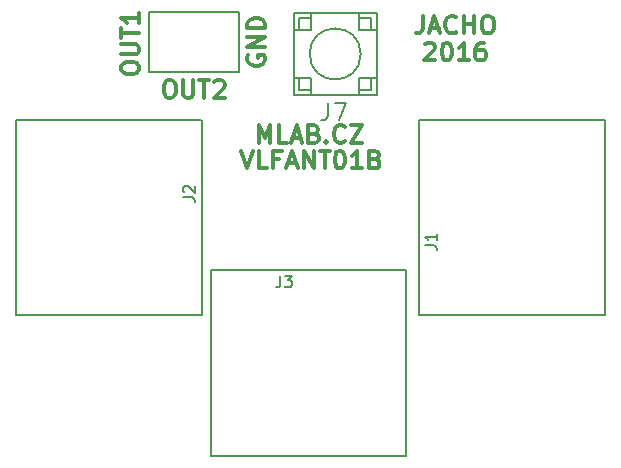
<source format=gbr>
G04 #@! TF.FileFunction,Legend,Top*
%FSLAX46Y46*%
G04 Gerber Fmt 4.6, Leading zero omitted, Abs format (unit mm)*
G04 Created by KiCad (PCBNEW no-vcs-found-undefined) date Sun Nov 13 16:32:21 2016*
%MOMM*%
%LPD*%
G01*
G04 APERTURE LIST*
%ADD10C,0.500000*%
%ADD11C,0.300000*%
%ADD12C,0.150000*%
G04 APERTURE END LIST*
D10*
D11*
X35020571Y35222571D02*
X35092000Y35294000D01*
X35234857Y35365428D01*
X35592000Y35365428D01*
X35734857Y35294000D01*
X35806285Y35222571D01*
X35877714Y35079714D01*
X35877714Y34936857D01*
X35806285Y34722571D01*
X34949142Y33865428D01*
X35877714Y33865428D01*
X36806285Y35365428D02*
X36949142Y35365428D01*
X37092000Y35294000D01*
X37163428Y35222571D01*
X37234857Y35079714D01*
X37306285Y34794000D01*
X37306285Y34436857D01*
X37234857Y34151142D01*
X37163428Y34008285D01*
X37092000Y33936857D01*
X36949142Y33865428D01*
X36806285Y33865428D01*
X36663428Y33936857D01*
X36592000Y34008285D01*
X36520571Y34151142D01*
X36449142Y34436857D01*
X36449142Y34794000D01*
X36520571Y35079714D01*
X36592000Y35222571D01*
X36663428Y35294000D01*
X36806285Y35365428D01*
X38734857Y33865428D02*
X37877714Y33865428D01*
X38306285Y33865428D02*
X38306285Y35365428D01*
X38163428Y35151142D01*
X38020571Y35008285D01*
X37877714Y34936857D01*
X40020571Y35365428D02*
X39734857Y35365428D01*
X39592000Y35294000D01*
X39520571Y35222571D01*
X39377714Y35008285D01*
X39306285Y34722571D01*
X39306285Y34151142D01*
X39377714Y34008285D01*
X39449142Y33936857D01*
X39592000Y33865428D01*
X39877714Y33865428D01*
X40020571Y33936857D01*
X40092000Y34008285D01*
X40163428Y34151142D01*
X40163428Y34508285D01*
X40092000Y34651142D01*
X40020571Y34722571D01*
X39877714Y34794000D01*
X39592000Y34794000D01*
X39449142Y34722571D01*
X39377714Y34651142D01*
X39306285Y34508285D01*
X34842000Y37651428D02*
X34842000Y36580000D01*
X34770571Y36365714D01*
X34627714Y36222857D01*
X34413428Y36151428D01*
X34270571Y36151428D01*
X35484857Y36580000D02*
X36199142Y36580000D01*
X35342000Y36151428D02*
X35842000Y37651428D01*
X36342000Y36151428D01*
X37699142Y36294285D02*
X37627714Y36222857D01*
X37413428Y36151428D01*
X37270571Y36151428D01*
X37056285Y36222857D01*
X36913428Y36365714D01*
X36842000Y36508571D01*
X36770571Y36794285D01*
X36770571Y37008571D01*
X36842000Y37294285D01*
X36913428Y37437142D01*
X37056285Y37580000D01*
X37270571Y37651428D01*
X37413428Y37651428D01*
X37627714Y37580000D01*
X37699142Y37508571D01*
X38342000Y36151428D02*
X38342000Y37651428D01*
X38342000Y36937142D02*
X39199142Y36937142D01*
X39199142Y36151428D02*
X39199142Y37651428D01*
X40199142Y37651428D02*
X40484857Y37651428D01*
X40627714Y37580000D01*
X40770571Y37437142D01*
X40842000Y37151428D01*
X40842000Y36651428D01*
X40770571Y36365714D01*
X40627714Y36222857D01*
X40484857Y36151428D01*
X40199142Y36151428D01*
X40056285Y36222857D01*
X39913428Y36365714D01*
X39842000Y36651428D01*
X39842000Y37151428D01*
X39913428Y37437142D01*
X40056285Y37580000D01*
X40199142Y37651428D01*
X19471428Y26221428D02*
X19971428Y24721428D01*
X20471428Y26221428D01*
X21685714Y24721428D02*
X20971428Y24721428D01*
X20971428Y26221428D01*
X22685714Y25507142D02*
X22185714Y25507142D01*
X22185714Y24721428D02*
X22185714Y26221428D01*
X22900000Y26221428D01*
X23400000Y25150000D02*
X24114285Y25150000D01*
X23257142Y24721428D02*
X23757142Y26221428D01*
X24257142Y24721428D01*
X24757142Y24721428D02*
X24757142Y26221428D01*
X25614285Y24721428D01*
X25614285Y26221428D01*
X26114285Y26221428D02*
X26971428Y26221428D01*
X26542857Y24721428D02*
X26542857Y26221428D01*
X27757142Y26221428D02*
X27900000Y26221428D01*
X28042857Y26150000D01*
X28114285Y26078571D01*
X28185714Y25935714D01*
X28257142Y25650000D01*
X28257142Y25292857D01*
X28185714Y25007142D01*
X28114285Y24864285D01*
X28042857Y24792857D01*
X27900000Y24721428D01*
X27757142Y24721428D01*
X27614285Y24792857D01*
X27542857Y24864285D01*
X27471428Y25007142D01*
X27400000Y25292857D01*
X27400000Y25650000D01*
X27471428Y25935714D01*
X27542857Y26078571D01*
X27614285Y26150000D01*
X27757142Y26221428D01*
X29685714Y24721428D02*
X28828571Y24721428D01*
X29257142Y24721428D02*
X29257142Y26221428D01*
X29114285Y26007142D01*
X28971428Y25864285D01*
X28828571Y25792857D01*
X30828571Y25507142D02*
X31042857Y25435714D01*
X31114285Y25364285D01*
X31185714Y25221428D01*
X31185714Y25007142D01*
X31114285Y24864285D01*
X31042857Y24792857D01*
X30900000Y24721428D01*
X30328571Y24721428D01*
X30328571Y26221428D01*
X30828571Y26221428D01*
X30971428Y26150000D01*
X31042857Y26078571D01*
X31114285Y25935714D01*
X31114285Y25792857D01*
X31042857Y25650000D01*
X30971428Y25578571D01*
X30828571Y25507142D01*
X30328571Y25507142D01*
X20951571Y26880428D02*
X20951571Y28380428D01*
X21451571Y27309000D01*
X21951571Y28380428D01*
X21951571Y26880428D01*
X23380142Y26880428D02*
X22665857Y26880428D01*
X22665857Y28380428D01*
X23808714Y27309000D02*
X24523000Y27309000D01*
X23665857Y26880428D02*
X24165857Y28380428D01*
X24665857Y26880428D01*
X25665857Y27666142D02*
X25880142Y27594714D01*
X25951571Y27523285D01*
X26023000Y27380428D01*
X26023000Y27166142D01*
X25951571Y27023285D01*
X25880142Y26951857D01*
X25737285Y26880428D01*
X25165857Y26880428D01*
X25165857Y28380428D01*
X25665857Y28380428D01*
X25808714Y28309000D01*
X25880142Y28237571D01*
X25951571Y28094714D01*
X25951571Y27951857D01*
X25880142Y27809000D01*
X25808714Y27737571D01*
X25665857Y27666142D01*
X25165857Y27666142D01*
X26665857Y27023285D02*
X26737285Y26951857D01*
X26665857Y26880428D01*
X26594428Y26951857D01*
X26665857Y27023285D01*
X26665857Y26880428D01*
X28237285Y27023285D02*
X28165857Y26951857D01*
X27951571Y26880428D01*
X27808714Y26880428D01*
X27594428Y26951857D01*
X27451571Y27094714D01*
X27380142Y27237571D01*
X27308714Y27523285D01*
X27308714Y27737571D01*
X27380142Y28023285D01*
X27451571Y28166142D01*
X27594428Y28309000D01*
X27808714Y28380428D01*
X27951571Y28380428D01*
X28165857Y28309000D01*
X28237285Y28237571D01*
X28737285Y28380428D02*
X29737285Y28380428D01*
X28737285Y26880428D01*
X29737285Y26880428D01*
X20078000Y34290142D02*
X20006571Y34147285D01*
X20006571Y33933000D01*
X20078000Y33718714D01*
X20220857Y33575857D01*
X20363714Y33504428D01*
X20649428Y33433000D01*
X20863714Y33433000D01*
X21149428Y33504428D01*
X21292285Y33575857D01*
X21435142Y33718714D01*
X21506571Y33933000D01*
X21506571Y34075857D01*
X21435142Y34290142D01*
X21363714Y34361571D01*
X20863714Y34361571D01*
X20863714Y34075857D01*
X21506571Y35004428D02*
X20006571Y35004428D01*
X21506571Y35861571D01*
X20006571Y35861571D01*
X21506571Y36575857D02*
X20006571Y36575857D01*
X20006571Y36933000D01*
X20078000Y37147285D01*
X20220857Y37290142D01*
X20363714Y37361571D01*
X20649428Y37433000D01*
X20863714Y37433000D01*
X21149428Y37361571D01*
X21292285Y37290142D01*
X21435142Y37147285D01*
X21506571Y36933000D01*
X21506571Y36575857D01*
X13279714Y32190428D02*
X13565428Y32190428D01*
X13708285Y32119000D01*
X13851142Y31976142D01*
X13922571Y31690428D01*
X13922571Y31190428D01*
X13851142Y30904714D01*
X13708285Y30761857D01*
X13565428Y30690428D01*
X13279714Y30690428D01*
X13136857Y30761857D01*
X12994000Y30904714D01*
X12922571Y31190428D01*
X12922571Y31690428D01*
X12994000Y31976142D01*
X13136857Y32119000D01*
X13279714Y32190428D01*
X14565428Y32190428D02*
X14565428Y30976142D01*
X14636857Y30833285D01*
X14708285Y30761857D01*
X14851142Y30690428D01*
X15136857Y30690428D01*
X15279714Y30761857D01*
X15351142Y30833285D01*
X15422571Y30976142D01*
X15422571Y32190428D01*
X15922571Y32190428D02*
X16779714Y32190428D01*
X16351142Y30690428D02*
X16351142Y32190428D01*
X17208285Y32047571D02*
X17279714Y32119000D01*
X17422571Y32190428D01*
X17779714Y32190428D01*
X17922571Y32119000D01*
X17994000Y32047571D01*
X18065428Y31904714D01*
X18065428Y31761857D01*
X17994000Y31547571D01*
X17136857Y30690428D01*
X18065428Y30690428D01*
X9338571Y33091714D02*
X9338571Y33377428D01*
X9410000Y33520285D01*
X9552857Y33663142D01*
X9838571Y33734571D01*
X10338571Y33734571D01*
X10624285Y33663142D01*
X10767142Y33520285D01*
X10838571Y33377428D01*
X10838571Y33091714D01*
X10767142Y32948857D01*
X10624285Y32806000D01*
X10338571Y32734571D01*
X9838571Y32734571D01*
X9552857Y32806000D01*
X9410000Y32948857D01*
X9338571Y33091714D01*
X9338571Y34377428D02*
X10552857Y34377428D01*
X10695714Y34448857D01*
X10767142Y34520285D01*
X10838571Y34663142D01*
X10838571Y34948857D01*
X10767142Y35091714D01*
X10695714Y35163142D01*
X10552857Y35234571D01*
X9338571Y35234571D01*
X9338571Y35734571D02*
X9338571Y36591714D01*
X10838571Y36163142D02*
X9338571Y36163142D01*
X10838571Y37877428D02*
X10838571Y37020285D01*
X10838571Y37448857D02*
X9338571Y37448857D01*
X9552857Y37306000D01*
X9695714Y37163142D01*
X9767142Y37020285D01*
D12*
X29594799Y34417000D02*
G75*
G03X29594799Y34417000I-2162799J0D01*
G01*
X29462000Y31367000D02*
X30482000Y31367000D01*
X30482000Y31367000D02*
X30482000Y32387000D01*
X25402000Y31367000D02*
X24382000Y31367000D01*
X24382000Y31367000D02*
X24382000Y32387000D01*
X25402000Y37467000D02*
X24382000Y37467000D01*
X24382000Y37467000D02*
X24382000Y36447000D01*
X30482000Y37467000D02*
X30482000Y36447000D01*
X30482000Y37467000D02*
X29462000Y37467000D01*
X29462000Y30917000D02*
X29462000Y32387000D01*
X29462000Y32387000D02*
X30932000Y32387000D01*
X25402000Y32387000D02*
X25402000Y30917000D01*
X23932000Y32387000D02*
X25402000Y32387000D01*
X29462000Y37917000D02*
X29462000Y36447000D01*
X29462000Y36447000D02*
X30932000Y36447000D01*
X25402000Y37917000D02*
X25402000Y36447000D01*
X25402000Y36447000D02*
X23932000Y36447000D01*
X23932000Y30917000D02*
X30932000Y30917000D01*
X30932000Y30917000D02*
X30932000Y37917000D01*
X30932000Y37917000D02*
X23932000Y37917000D01*
X23932000Y37917000D02*
X23932000Y30917000D01*
X11684000Y32893000D02*
X11684000Y37973000D01*
X11684000Y37973000D02*
X19304000Y37973000D01*
X19304000Y37973000D02*
X19304000Y32893000D01*
X19304000Y32893000D02*
X11684000Y32893000D01*
X34561000Y12317000D02*
X50291000Y12317000D01*
X50291000Y12317000D02*
X50291000Y28827000D01*
X50291000Y28827000D02*
X34541000Y28827000D01*
X34541000Y28827000D02*
X34541000Y12317000D01*
X16132000Y12321000D02*
X16132000Y28831000D01*
X382000Y12321000D02*
X16132000Y12321000D01*
X382000Y28831000D02*
X382000Y12321000D01*
X16112000Y28831000D02*
X382000Y28831000D01*
X16889000Y16112000D02*
X16889000Y382000D01*
X16889000Y382000D02*
X33399000Y382000D01*
X33399000Y382000D02*
X33399000Y16132000D01*
X33399000Y16132000D02*
X16889000Y16132000D01*
X26805000Y30285428D02*
X26805000Y29214000D01*
X26733571Y28999714D01*
X26590714Y28856857D01*
X26376428Y28785428D01*
X26233571Y28785428D01*
X27376428Y30285428D02*
X28376428Y30285428D01*
X27733571Y28785428D01*
X35012380Y18208666D02*
X35726666Y18208666D01*
X35869523Y18161047D01*
X35964761Y18065809D01*
X36012380Y17922952D01*
X36012380Y17827714D01*
X36012380Y19208666D02*
X36012380Y18637238D01*
X36012380Y18922952D02*
X35012380Y18922952D01*
X35155238Y18827714D01*
X35250476Y18732476D01*
X35298095Y18637238D01*
X14565380Y22272666D02*
X15279666Y22272666D01*
X15422523Y22225047D01*
X15517761Y22129809D01*
X15565380Y21986952D01*
X15565380Y21891714D01*
X14660619Y22701238D02*
X14613000Y22748857D01*
X14565380Y22844095D01*
X14565380Y23082190D01*
X14613000Y23177428D01*
X14660619Y23225047D01*
X14755857Y23272666D01*
X14851095Y23272666D01*
X14993952Y23225047D01*
X15565380Y22653619D01*
X15565380Y23272666D01*
X22780666Y15660619D02*
X22780666Y14946333D01*
X22733047Y14803476D01*
X22637809Y14708238D01*
X22494952Y14660619D01*
X22399714Y14660619D01*
X23161619Y15660619D02*
X23780666Y15660619D01*
X23447333Y15279666D01*
X23590190Y15279666D01*
X23685428Y15232047D01*
X23733047Y15184428D01*
X23780666Y15089190D01*
X23780666Y14851095D01*
X23733047Y14755857D01*
X23685428Y14708238D01*
X23590190Y14660619D01*
X23304476Y14660619D01*
X23209238Y14708238D01*
X23161619Y14755857D01*
M02*

</source>
